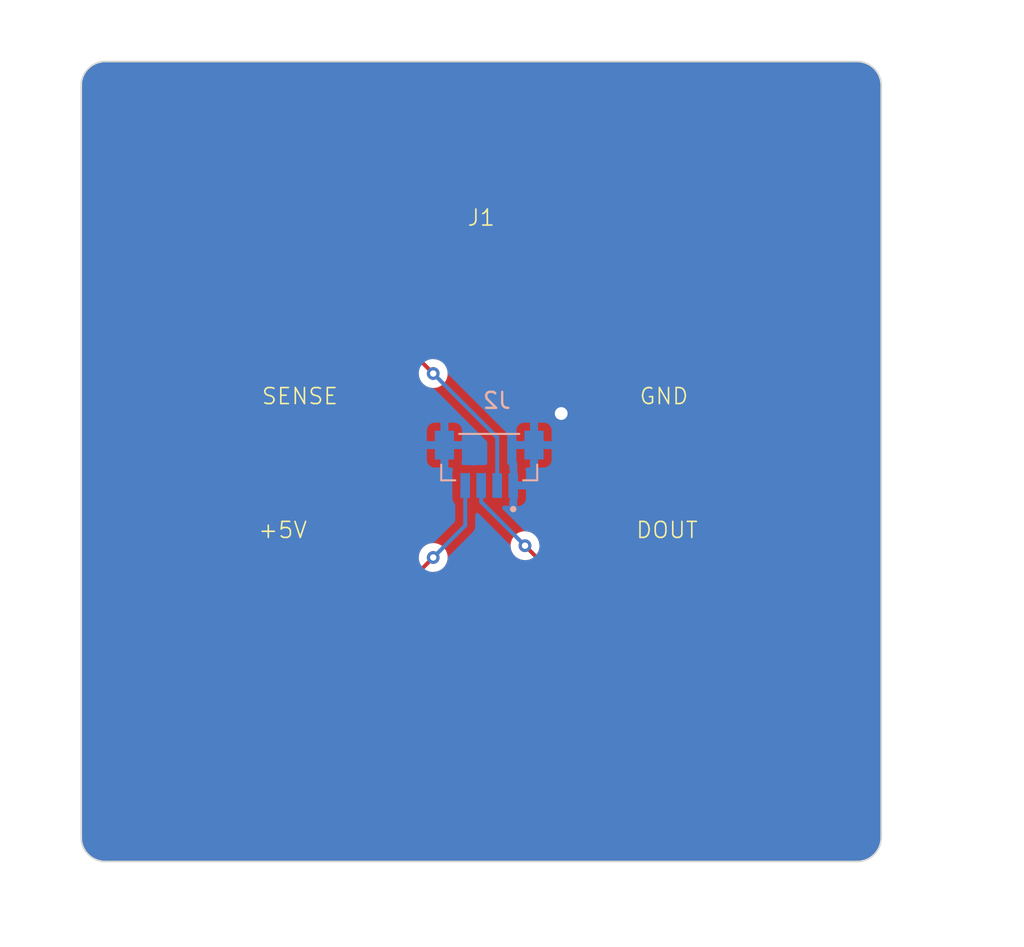
<source format=kicad_pcb>
(kicad_pcb (version 20240108) (generator "pcbnew") (generator_version "8.0")
  (layers (0 "F.Cu" signal) (31 "B.Cu" signal) (34 "B.Paste" user) (35 "F.Paste" user) (36 "B.SilkS" user "B.Silkscreen") (37 "F.SilkS" user "F.Silkscreen") (38 "B.Mask" user) (39 "F.Mask" user) (44 "Edge.Cuts" user))
  (net 0 "")
  (net 1 "GND")
  (net 2 "Net-(J1-SIG)")
  (net 3 "Net-(J1-DOUT)")
  (net 4 "+5V")
  (footprint "Quinn_lib:Top Block Connector" (layer "F.Cu") (at 139.808 101.238)
    (property "Reference" "J1" (at 0 -15.24 0) (layer "F.SilkS") (effects (font (thickness 0.1))))
    (property "Value" "~")
    (fp_text user "SENSE" (at -13.783392 -3.49636 0) (layer "F.SilkS") (effects (font (thickness 0.1)) (justify left bottom)))
    (fp_text user "+5V" (at -13.995194 4.869823 0) (layer "F.SilkS") (effects (font (thickness 0.1)) (justify left bottom)))
    (fp_text user "GND" (at 9.832544 -3.49636 0) (layer "F.SilkS") (effects (font (thickness 0.1)) (justify left bottom)))
    (fp_text user "DOUT" (at 9.620742 4.869823 0) (layer "F.SilkS") (effects (font (thickness 0.1)) (justify left bottom)))
    (pad "1" smd rect (at 7 -7) (size 4 4) (layers "F.Cu" "F.Paste" "F.Mask") (net 1 "GND"))
    (pad "2" smd rect (at -7 -7) (size 4 4) (layers "F.Cu" "F.Paste" "F.Mask") (net 2 "Net-(J1-SIG)"))
    (pad "3" smd rect (at 7 7) (size 4 4) (layers "F.Cu" "F.Paste" "F.Mask") (net 3 "Net-(J1-DOUT)"))
    (pad "4" smd rect (at -7 7) (size 4 4) (layers "F.Cu" "F.Paste" "F.Mask") (net 4 "+5V"))
  )
  (footprint "adafruit-jst-4328:ADAFRUIT_4328" (layer "B.Cu") (at 140.308 100.963 180)
    (property "Reference" "J2" (at -0.475 3.535 180) (layer "B.SilkS") (effects (justify mirror)))
    (property "Value" "4328")
    (fp_line (start 3 -0.47) (end 3 -1.45) (stroke (width 0.127)) (layer "B.SilkS"))
    (fp_line (start 2.12 -1.45) (end 3 -1.45) (stroke (width 0.127)) (layer "B.SilkS"))
    (fp_line (start 1.88 1.45) (end -1.88 1.45) (stroke (width 0.127)) (layer "B.SilkS"))
    (fp_line (start -3 -0.47) (end -3 -1.45) (stroke (width 0.127)) (layer "B.SilkS"))
    (fp_line (start -3 -1.45) (end -2.12 -1.45) (stroke (width 0.127)) (layer "B.SilkS"))
    (fp_circle (center -1.5 -3.25) (end -1.4 -3.25) (stroke (width 0.2)) (fill none) (layer "B.SilkS"))
    (pad "1" smd rect (at -1.5 -1.775 180) (size 0.6 1.55) (layers "B.Cu" "B.Paste" "B.Mask") (net 1 "GND"))
    (pad "2" smd rect (at -0.5 -1.775 180) (size 0.6 1.55) (layers "B.Cu" "B.Paste" "B.Mask") (net 2 "Net-(J1-SIG)"))
    (pad "3" smd rect (at 0.5 -1.775 180) (size 0.6 1.55) (layers "B.Cu" "B.Paste" "B.Mask") (net 3 "Net-(J1-DOUT)"))
    (pad "4" smd rect (at 1.5 -1.775 180) (size 0.6 1.55) (layers "B.Cu" "B.Paste" "B.Mask") (net 4 "+5V"))
    (pad "SH1" smd rect (at -2.8 0.75 180) (size 1.2 1.8) (layers "B.Cu" "B.Paste" "B.Mask") (net 1 "GND"))
    (pad "SH2" smd rect (at 2.8 0.75 180) (size 1.2 1.8) (layers "B.Cu" "B.Paste" "B.Mask") (net 1 "GND"))
  )
  (gr_line (start 114.808 124.738) (end 114.808 77.738) (stroke (width 0.1)) (layer "Edge.Cuts"))
  (gr_arc (start 163.308 76.238) (mid 164.36866 76.67734) (end 164.808 77.738) (stroke (width 0.1)) (layer "Edge.Cuts"))
  (gr_arc (start 164.808 124.738) (mid 164.36866 125.79866) (end 163.308 126.238) (stroke (width 0.1)) (layer "Edge.Cuts"))
  (gr_line (start 163.308 126.238) (end 116.308 126.238) (stroke (width 0.1)) (layer "Edge.Cuts"))
  (gr_arc (start 116.308 126.238) (mid 115.24734 125.79866) (end 114.808 124.738) (stroke (width 0.1)) (layer "Edge.Cuts"))
  (gr_arc (start 114.808 77.738) (mid 115.24734 76.67734) (end 116.308 76.238) (stroke (width 0.1)) (layer "Edge.Cuts"))
  (gr_line (start 164.808 77.738) (end 164.808 124.738) (stroke (width 0.1)) (layer "Edge.Cuts"))
  (gr_line (start 116.308 76.238) (end 163.308 76.238) (stroke (width 0.1)) (layer "Edge.Cuts"))
  (via (at 144.808 98.238) (size 2) (drill 0.8) (layers "F.Cu" "B.Cu") (net 1))
  (segment (start 134.808 93.738) (end 132.308 93.738) (width 0.25) (layer "F.Cu") (net 2))
  (segment (start 136.808 95.738) (end 134.808 93.738) (width 0.25) (layer "F.Cu") (net 2))
  (via (at 136.808 95.738) (size 0.8) (drill 0.4) (layers "F.Cu" "B.Cu") (net 2))
  (segment (start 136.808 95.738) (end 140.808 99.738) (width 0.25) (layer "B.Cu") (net 2))
  (segment (start 140.808 99.738) (end 140.808 102.738) (width 0.25) (layer "B.Cu") (net 2))
  (segment (start 144.283 108.238) (end 146.808 108.238) (width 0.25) (layer "F.Cu") (net 3))
  (segment (start 142.5455 106.5005) (end 144.283 108.238) (width 0.25) (layer "F.Cu") (net 3))
  (via (at 142.5455 106.5005) (size 0.8) (drill 0.4) (layers "F.Cu" "B.Cu") (net 3))
  (segment (start 142.5455 106.5005) (end 139.808 103.763) (width 0.25) (layer "B.Cu") (net 3))
  (segment (start 139.808 103.763) (end 139.808 102.738) (width 0.25) (layer "B.Cu") (net 3))
  (segment (start 136.808 107.238) (end 135.808 108.238) (width 0.25) (layer "F.Cu") (net 4))
  (segment (start 135.808 108.238) (end 132.808 108.238) (width 0.25) (layer "F.Cu") (net 4))
  (via (at 136.808 107.238) (size 0.8) (drill 0.4) (layers "F.Cu" "B.Cu") (net 4))
  (segment (start 136.808 107.238) (end 138.808 105.238) (width 0.25) (layer "B.Cu") (net 4))
  (segment (start 138.808 105.238) (end 138.808 102.738) (width 0.25) (layer "B.Cu") (net 4))
  (zone (net 1) (net_name "GND") (layers "F&B.Cu") (connect_pads (clearance 0.5)) (min_thickness 0.25) (fill yes (thermal_gap 0.5) (thermal_bridge_width 0.5))
    (polygon (pts (xy 109.728 72.39) (xy 173.736 72.39) (xy 173.736 130.556) (xy 172.72 131.572) (xy 109.728 131.572)))
  )
)
</source>
